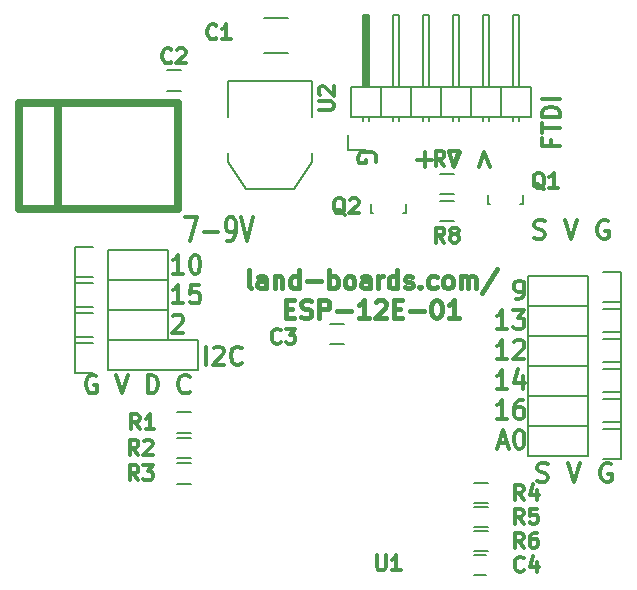
<source format=gbr>
G04 #@! TF.FileFunction,Legend,Top*
%FSLAX46Y46*%
G04 Gerber Fmt 4.6, Leading zero omitted, Abs format (unit mm)*
G04 Created by KiCad (PCBNEW (after 2015-mar-04 BZR unknown)-product) date 11/8/2016 10:56:30 AM*
%MOMM*%
G01*
G04 APERTURE LIST*
%ADD10C,0.150000*%
%ADD11C,0.304800*%
%ADD12C,0.381000*%
%ADD13C,0.650000*%
G04 APERTURE END LIST*
D10*
D11*
X22515286Y-40567429D02*
X22515286Y-39043429D01*
X23168429Y-39188571D02*
X23241000Y-39116000D01*
X23386143Y-39043429D01*
X23749000Y-39043429D01*
X23894143Y-39116000D01*
X23966714Y-39188571D01*
X24039286Y-39333714D01*
X24039286Y-39478857D01*
X23966714Y-39696571D01*
X23095857Y-40567429D01*
X24039286Y-40567429D01*
X25563286Y-40422286D02*
X25490715Y-40494857D01*
X25273001Y-40567429D01*
X25127858Y-40567429D01*
X24910143Y-40494857D01*
X24765001Y-40349714D01*
X24692429Y-40204571D01*
X24619858Y-39914286D01*
X24619858Y-39696571D01*
X24692429Y-39406286D01*
X24765001Y-39261143D01*
X24910143Y-39116000D01*
X25127858Y-39043429D01*
X25273001Y-39043429D01*
X25490715Y-39116000D01*
X25563286Y-39188571D01*
X51707143Y-21553714D02*
X51707143Y-22061714D01*
X52505429Y-22061714D02*
X50981429Y-22061714D01*
X50981429Y-21336000D01*
X50981429Y-20973142D02*
X50981429Y-20102285D01*
X52505429Y-20537714D02*
X50981429Y-20537714D01*
X52505429Y-19594285D02*
X50981429Y-19594285D01*
X50981429Y-19231428D01*
X51054000Y-19013713D01*
X51199143Y-18868571D01*
X51344286Y-18795999D01*
X51634571Y-18723428D01*
X51852286Y-18723428D01*
X52142571Y-18795999D01*
X52287714Y-18868571D01*
X52432857Y-19013713D01*
X52505429Y-19231428D01*
X52505429Y-19594285D01*
X52505429Y-18070285D02*
X50981429Y-18070285D01*
X46542779Y-23812500D02*
X46089207Y-22602976D01*
X45635636Y-23812500D01*
X44015479Y-22602976D02*
X43561907Y-23812500D01*
X43108336Y-22602976D01*
X41034607Y-22602976D02*
X41034607Y-23812500D01*
X40429845Y-23207738D02*
X41639369Y-23207738D01*
X36887150Y-23434524D02*
X36962745Y-23283333D01*
X36962745Y-23056548D01*
X36887150Y-22829762D01*
X36735960Y-22678571D01*
X36584769Y-22602976D01*
X36282388Y-22527381D01*
X36055602Y-22527381D01*
X35753221Y-22602976D01*
X35602031Y-22678571D01*
X35450840Y-22829762D01*
X35375245Y-23056548D01*
X35375245Y-23207738D01*
X35450840Y-23434524D01*
X35526436Y-23510119D01*
X36055602Y-23510119D01*
X36055602Y-23207738D01*
X50340381Y-29852560D02*
X50567167Y-29928155D01*
X50945143Y-29928155D01*
X51096333Y-29852560D01*
X51171929Y-29776964D01*
X51247524Y-29625774D01*
X51247524Y-29474583D01*
X51171929Y-29323393D01*
X51096333Y-29247798D01*
X50945143Y-29172202D01*
X50642762Y-29096607D01*
X50491571Y-29021012D01*
X50415976Y-28945417D01*
X50340381Y-28794226D01*
X50340381Y-28643036D01*
X50415976Y-28491845D01*
X50491571Y-28416250D01*
X50642762Y-28340655D01*
X51020738Y-28340655D01*
X51247524Y-28416250D01*
X52910619Y-28340655D02*
X53439786Y-29928155D01*
X53968953Y-28340655D01*
X56539191Y-28416250D02*
X56388000Y-28340655D01*
X56161215Y-28340655D01*
X55934429Y-28416250D01*
X55783238Y-28567440D01*
X55707643Y-28718631D01*
X55632048Y-29021012D01*
X55632048Y-29247798D01*
X55707643Y-29550179D01*
X55783238Y-29701369D01*
X55934429Y-29852560D01*
X56161215Y-29928155D01*
X56312405Y-29928155D01*
X56539191Y-29852560D01*
X56614786Y-29776964D01*
X56614786Y-29247798D01*
X56312405Y-29247798D01*
X50594381Y-50426560D02*
X50821167Y-50502155D01*
X51199143Y-50502155D01*
X51350333Y-50426560D01*
X51425929Y-50350964D01*
X51501524Y-50199774D01*
X51501524Y-50048583D01*
X51425929Y-49897393D01*
X51350333Y-49821798D01*
X51199143Y-49746202D01*
X50896762Y-49670607D01*
X50745571Y-49595012D01*
X50669976Y-49519417D01*
X50594381Y-49368226D01*
X50594381Y-49217036D01*
X50669976Y-49065845D01*
X50745571Y-48990250D01*
X50896762Y-48914655D01*
X51274738Y-48914655D01*
X51501524Y-48990250D01*
X53164619Y-48914655D02*
X53693786Y-50502155D01*
X54222953Y-48914655D01*
X56793191Y-48990250D02*
X56642000Y-48914655D01*
X56415215Y-48914655D01*
X56188429Y-48990250D01*
X56037238Y-49141440D01*
X55961643Y-49292631D01*
X55886048Y-49595012D01*
X55886048Y-49821798D01*
X55961643Y-50124179D01*
X56037238Y-50275369D01*
X56188429Y-50426560D01*
X56415215Y-50502155D01*
X56566405Y-50502155D01*
X56793191Y-50426560D01*
X56868786Y-50350964D01*
X56868786Y-49821798D01*
X56566405Y-49821798D01*
X13226143Y-41497250D02*
X13081000Y-41421655D01*
X12863286Y-41421655D01*
X12645571Y-41497250D01*
X12500429Y-41648440D01*
X12427857Y-41799631D01*
X12355286Y-42102012D01*
X12355286Y-42328798D01*
X12427857Y-42631179D01*
X12500429Y-42782369D01*
X12645571Y-42933560D01*
X12863286Y-43009155D01*
X13008429Y-43009155D01*
X13226143Y-42933560D01*
X13298714Y-42857964D01*
X13298714Y-42328798D01*
X13008429Y-42328798D01*
X14895286Y-41421655D02*
X15403286Y-43009155D01*
X15911286Y-41421655D01*
X17580429Y-43009155D02*
X17580429Y-41421655D01*
X17943286Y-41421655D01*
X18161001Y-41497250D01*
X18306143Y-41648440D01*
X18378715Y-41799631D01*
X18451286Y-42102012D01*
X18451286Y-42328798D01*
X18378715Y-42631179D01*
X18306143Y-42782369D01*
X18161001Y-42933560D01*
X17943286Y-43009155D01*
X17580429Y-43009155D01*
X21136429Y-42857964D02*
X21063858Y-42933560D01*
X20846144Y-43009155D01*
X20701001Y-43009155D01*
X20483286Y-42933560D01*
X20338144Y-42782369D01*
X20265572Y-42631179D01*
X20193001Y-42328798D01*
X20193001Y-42102012D01*
X20265572Y-41799631D01*
X20338144Y-41648440D01*
X20483286Y-41497250D01*
X20701001Y-41421655D01*
X20846144Y-41421655D01*
X21063858Y-41497250D01*
X21136429Y-41572845D01*
X20592143Y-32861855D02*
X19721286Y-32861855D01*
X20156714Y-32861855D02*
X20156714Y-31274355D01*
X20011571Y-31501140D01*
X19866429Y-31652331D01*
X19721286Y-31727926D01*
X21535572Y-31274355D02*
X21680715Y-31274355D01*
X21825858Y-31349950D01*
X21898429Y-31425545D01*
X21971000Y-31576736D01*
X22043572Y-31879117D01*
X22043572Y-32257093D01*
X21971000Y-32559474D01*
X21898429Y-32710664D01*
X21825858Y-32786260D01*
X21680715Y-32861855D01*
X21535572Y-32861855D01*
X21390429Y-32786260D01*
X21317858Y-32710664D01*
X21245286Y-32559474D01*
X21172715Y-32257093D01*
X21172715Y-31879117D01*
X21245286Y-31576736D01*
X21317858Y-31425545D01*
X21390429Y-31349950D01*
X21535572Y-31274355D01*
X20592143Y-35389155D02*
X19721286Y-35389155D01*
X20156714Y-35389155D02*
X20156714Y-33801655D01*
X20011571Y-34028440D01*
X19866429Y-34179631D01*
X19721286Y-34255226D01*
X21971000Y-33801655D02*
X21245286Y-33801655D01*
X21172715Y-34557607D01*
X21245286Y-34482012D01*
X21390429Y-34406417D01*
X21753286Y-34406417D01*
X21898429Y-34482012D01*
X21971000Y-34557607D01*
X22043572Y-34708798D01*
X22043572Y-35086774D01*
X21971000Y-35237964D01*
X21898429Y-35313560D01*
X21753286Y-35389155D01*
X21390429Y-35389155D01*
X21245286Y-35313560D01*
X21172715Y-35237964D01*
X19721286Y-36480145D02*
X19793857Y-36404550D01*
X19939000Y-36328955D01*
X20301857Y-36328955D01*
X20447000Y-36404550D01*
X20519571Y-36480145D01*
X20592143Y-36631336D01*
X20592143Y-36782526D01*
X20519571Y-37009312D01*
X19648714Y-37916455D01*
X20592143Y-37916455D01*
X48768000Y-35039905D02*
X49058285Y-35039905D01*
X49203428Y-34964310D01*
X49276000Y-34888714D01*
X49421142Y-34661929D01*
X49493714Y-34359548D01*
X49493714Y-33754786D01*
X49421142Y-33603595D01*
X49348571Y-33528000D01*
X49203428Y-33452405D01*
X48913142Y-33452405D01*
X48768000Y-33528000D01*
X48695428Y-33603595D01*
X48622857Y-33754786D01*
X48622857Y-34132762D01*
X48695428Y-34283952D01*
X48768000Y-34359548D01*
X48913142Y-34435143D01*
X49203428Y-34435143D01*
X49348571Y-34359548D01*
X49421142Y-34283952D01*
X49493714Y-34132762D01*
X48042285Y-37567205D02*
X47171428Y-37567205D01*
X47606856Y-37567205D02*
X47606856Y-35979705D01*
X47461713Y-36206490D01*
X47316571Y-36357681D01*
X47171428Y-36433276D01*
X48550285Y-35979705D02*
X49493714Y-35979705D01*
X48985714Y-36584467D01*
X49203428Y-36584467D01*
X49348571Y-36660062D01*
X49421142Y-36735657D01*
X49493714Y-36886848D01*
X49493714Y-37264824D01*
X49421142Y-37416014D01*
X49348571Y-37491610D01*
X49203428Y-37567205D01*
X48768000Y-37567205D01*
X48622857Y-37491610D01*
X48550285Y-37416014D01*
X48042285Y-40094505D02*
X47171428Y-40094505D01*
X47606856Y-40094505D02*
X47606856Y-38507005D01*
X47461713Y-38733790D01*
X47316571Y-38884981D01*
X47171428Y-38960576D01*
X48622857Y-38658195D02*
X48695428Y-38582600D01*
X48840571Y-38507005D01*
X49203428Y-38507005D01*
X49348571Y-38582600D01*
X49421142Y-38658195D01*
X49493714Y-38809386D01*
X49493714Y-38960576D01*
X49421142Y-39187362D01*
X48550285Y-40094505D01*
X49493714Y-40094505D01*
X48042285Y-42621805D02*
X47171428Y-42621805D01*
X47606856Y-42621805D02*
X47606856Y-41034305D01*
X47461713Y-41261090D01*
X47316571Y-41412281D01*
X47171428Y-41487876D01*
X49348571Y-41563471D02*
X49348571Y-42621805D01*
X48985714Y-40958710D02*
X48622857Y-42092638D01*
X49566285Y-42092638D01*
X48042285Y-45149105D02*
X47171428Y-45149105D01*
X47606856Y-45149105D02*
X47606856Y-43561605D01*
X47461713Y-43788390D01*
X47316571Y-43939581D01*
X47171428Y-44015176D01*
X49348571Y-43561605D02*
X49058285Y-43561605D01*
X48913142Y-43637200D01*
X48840571Y-43712795D01*
X48695428Y-43939581D01*
X48622857Y-44241962D01*
X48622857Y-44846724D01*
X48695428Y-44997914D01*
X48768000Y-45073510D01*
X48913142Y-45149105D01*
X49203428Y-45149105D01*
X49348571Y-45073510D01*
X49421142Y-44997914D01*
X49493714Y-44846724D01*
X49493714Y-44468748D01*
X49421142Y-44317557D01*
X49348571Y-44241962D01*
X49203428Y-44166367D01*
X48913142Y-44166367D01*
X48768000Y-44241962D01*
X48695428Y-44317557D01*
X48622857Y-44468748D01*
X47316571Y-47222833D02*
X48042285Y-47222833D01*
X47171428Y-47676405D02*
X47679428Y-46088905D01*
X48187428Y-47676405D01*
X48985714Y-46088905D02*
X49130857Y-46088905D01*
X49276000Y-46164500D01*
X49348571Y-46240095D01*
X49421142Y-46391286D01*
X49493714Y-46693667D01*
X49493714Y-47071643D01*
X49421142Y-47374024D01*
X49348571Y-47525214D01*
X49276000Y-47600810D01*
X49130857Y-47676405D01*
X48985714Y-47676405D01*
X48840571Y-47600810D01*
X48768000Y-47525214D01*
X48695428Y-47374024D01*
X48622857Y-47071643D01*
X48622857Y-46693667D01*
X48695428Y-46391286D01*
X48768000Y-46240095D01*
X48840571Y-46164500D01*
X48985714Y-46088905D01*
X20791714Y-28097238D02*
X21807714Y-28097238D01*
X21154571Y-30129238D01*
X22388286Y-29355143D02*
X23549429Y-29355143D01*
X24347715Y-30129238D02*
X24638000Y-30129238D01*
X24783143Y-30032476D01*
X24855715Y-29935714D01*
X25000857Y-29645429D01*
X25073429Y-29258381D01*
X25073429Y-28484286D01*
X25000857Y-28290762D01*
X24928286Y-28194000D01*
X24783143Y-28097238D01*
X24492857Y-28097238D01*
X24347715Y-28194000D01*
X24275143Y-28290762D01*
X24202572Y-28484286D01*
X24202572Y-28968095D01*
X24275143Y-29161619D01*
X24347715Y-29258381D01*
X24492857Y-29355143D01*
X24783143Y-29355143D01*
X24928286Y-29258381D01*
X25000857Y-29161619D01*
X25073429Y-28968095D01*
X25508858Y-28097238D02*
X26016858Y-30129238D01*
X26524858Y-28097238D01*
D12*
X26379715Y-34103129D02*
X26234573Y-34030557D01*
X26162001Y-33885414D01*
X26162001Y-32579129D01*
X27613430Y-34103129D02*
X27613430Y-33304843D01*
X27540859Y-33159700D01*
X27395716Y-33087129D01*
X27105430Y-33087129D01*
X26960287Y-33159700D01*
X27613430Y-34030557D02*
X27468287Y-34103129D01*
X27105430Y-34103129D01*
X26960287Y-34030557D01*
X26887716Y-33885414D01*
X26887716Y-33740271D01*
X26960287Y-33595129D01*
X27105430Y-33522557D01*
X27468287Y-33522557D01*
X27613430Y-33449986D01*
X28339144Y-33087129D02*
X28339144Y-34103129D01*
X28339144Y-33232271D02*
X28411716Y-33159700D01*
X28556858Y-33087129D01*
X28774573Y-33087129D01*
X28919716Y-33159700D01*
X28992287Y-33304843D01*
X28992287Y-34103129D01*
X30371144Y-34103129D02*
X30371144Y-32579129D01*
X30371144Y-34030557D02*
X30226001Y-34103129D01*
X29935715Y-34103129D01*
X29790573Y-34030557D01*
X29718001Y-33957986D01*
X29645430Y-33812843D01*
X29645430Y-33377414D01*
X29718001Y-33232271D01*
X29790573Y-33159700D01*
X29935715Y-33087129D01*
X30226001Y-33087129D01*
X30371144Y-33159700D01*
X31096858Y-33522557D02*
X32258001Y-33522557D01*
X32983715Y-34103129D02*
X32983715Y-32579129D01*
X32983715Y-33159700D02*
X33128858Y-33087129D01*
X33419144Y-33087129D01*
X33564287Y-33159700D01*
X33636858Y-33232271D01*
X33709429Y-33377414D01*
X33709429Y-33812843D01*
X33636858Y-33957986D01*
X33564287Y-34030557D01*
X33419144Y-34103129D01*
X33128858Y-34103129D01*
X32983715Y-34030557D01*
X34580286Y-34103129D02*
X34435144Y-34030557D01*
X34362572Y-33957986D01*
X34290001Y-33812843D01*
X34290001Y-33377414D01*
X34362572Y-33232271D01*
X34435144Y-33159700D01*
X34580286Y-33087129D01*
X34798001Y-33087129D01*
X34943144Y-33159700D01*
X35015715Y-33232271D01*
X35088286Y-33377414D01*
X35088286Y-33812843D01*
X35015715Y-33957986D01*
X34943144Y-34030557D01*
X34798001Y-34103129D01*
X34580286Y-34103129D01*
X36394572Y-34103129D02*
X36394572Y-33304843D01*
X36322001Y-33159700D01*
X36176858Y-33087129D01*
X35886572Y-33087129D01*
X35741429Y-33159700D01*
X36394572Y-34030557D02*
X36249429Y-34103129D01*
X35886572Y-34103129D01*
X35741429Y-34030557D01*
X35668858Y-33885414D01*
X35668858Y-33740271D01*
X35741429Y-33595129D01*
X35886572Y-33522557D01*
X36249429Y-33522557D01*
X36394572Y-33449986D01*
X37120286Y-34103129D02*
X37120286Y-33087129D01*
X37120286Y-33377414D02*
X37192858Y-33232271D01*
X37265429Y-33159700D01*
X37410572Y-33087129D01*
X37555715Y-33087129D01*
X38716858Y-34103129D02*
X38716858Y-32579129D01*
X38716858Y-34030557D02*
X38571715Y-34103129D01*
X38281429Y-34103129D01*
X38136287Y-34030557D01*
X38063715Y-33957986D01*
X37991144Y-33812843D01*
X37991144Y-33377414D01*
X38063715Y-33232271D01*
X38136287Y-33159700D01*
X38281429Y-33087129D01*
X38571715Y-33087129D01*
X38716858Y-33159700D01*
X39370001Y-34030557D02*
X39515144Y-34103129D01*
X39805429Y-34103129D01*
X39950572Y-34030557D01*
X40023144Y-33885414D01*
X40023144Y-33812843D01*
X39950572Y-33667700D01*
X39805429Y-33595129D01*
X39587715Y-33595129D01*
X39442572Y-33522557D01*
X39370001Y-33377414D01*
X39370001Y-33304843D01*
X39442572Y-33159700D01*
X39587715Y-33087129D01*
X39805429Y-33087129D01*
X39950572Y-33159700D01*
X40676286Y-33957986D02*
X40748858Y-34030557D01*
X40676286Y-34103129D01*
X40603715Y-34030557D01*
X40676286Y-33957986D01*
X40676286Y-34103129D01*
X42055143Y-34030557D02*
X41910000Y-34103129D01*
X41619714Y-34103129D01*
X41474572Y-34030557D01*
X41402000Y-33957986D01*
X41329429Y-33812843D01*
X41329429Y-33377414D01*
X41402000Y-33232271D01*
X41474572Y-33159700D01*
X41619714Y-33087129D01*
X41910000Y-33087129D01*
X42055143Y-33159700D01*
X42926000Y-34103129D02*
X42780858Y-34030557D01*
X42708286Y-33957986D01*
X42635715Y-33812843D01*
X42635715Y-33377414D01*
X42708286Y-33232271D01*
X42780858Y-33159700D01*
X42926000Y-33087129D01*
X43143715Y-33087129D01*
X43288858Y-33159700D01*
X43361429Y-33232271D01*
X43434000Y-33377414D01*
X43434000Y-33812843D01*
X43361429Y-33957986D01*
X43288858Y-34030557D01*
X43143715Y-34103129D01*
X42926000Y-34103129D01*
X44087143Y-34103129D02*
X44087143Y-33087129D01*
X44087143Y-33232271D02*
X44159715Y-33159700D01*
X44304857Y-33087129D01*
X44522572Y-33087129D01*
X44667715Y-33159700D01*
X44740286Y-33304843D01*
X44740286Y-34103129D01*
X44740286Y-33304843D02*
X44812857Y-33159700D01*
X44958000Y-33087129D01*
X45175715Y-33087129D01*
X45320857Y-33159700D01*
X45393429Y-33304843D01*
X45393429Y-34103129D01*
X47207715Y-32506557D02*
X45901429Y-34465986D01*
X29282571Y-35819443D02*
X29790571Y-35819443D01*
X30008285Y-36617729D02*
X29282571Y-36617729D01*
X29282571Y-35093729D01*
X30008285Y-35093729D01*
X30588857Y-36545157D02*
X30806571Y-36617729D01*
X31169428Y-36617729D01*
X31314571Y-36545157D01*
X31387142Y-36472586D01*
X31459714Y-36327443D01*
X31459714Y-36182300D01*
X31387142Y-36037157D01*
X31314571Y-35964586D01*
X31169428Y-35892014D01*
X30879142Y-35819443D01*
X30734000Y-35746871D01*
X30661428Y-35674300D01*
X30588857Y-35529157D01*
X30588857Y-35384014D01*
X30661428Y-35238871D01*
X30734000Y-35166300D01*
X30879142Y-35093729D01*
X31242000Y-35093729D01*
X31459714Y-35166300D01*
X32112857Y-36617729D02*
X32112857Y-35093729D01*
X32693429Y-35093729D01*
X32838571Y-35166300D01*
X32911143Y-35238871D01*
X32983714Y-35384014D01*
X32983714Y-35601729D01*
X32911143Y-35746871D01*
X32838571Y-35819443D01*
X32693429Y-35892014D01*
X32112857Y-35892014D01*
X33636857Y-36037157D02*
X34798000Y-36037157D01*
X36322000Y-36617729D02*
X35451143Y-36617729D01*
X35886571Y-36617729D02*
X35886571Y-35093729D01*
X35741428Y-35311443D01*
X35596286Y-35456586D01*
X35451143Y-35529157D01*
X36902572Y-35238871D02*
X36975143Y-35166300D01*
X37120286Y-35093729D01*
X37483143Y-35093729D01*
X37628286Y-35166300D01*
X37700857Y-35238871D01*
X37773429Y-35384014D01*
X37773429Y-35529157D01*
X37700857Y-35746871D01*
X36830000Y-36617729D01*
X37773429Y-36617729D01*
X38426572Y-35819443D02*
X38934572Y-35819443D01*
X39152286Y-36617729D02*
X38426572Y-36617729D01*
X38426572Y-35093729D01*
X39152286Y-35093729D01*
X39805429Y-36037157D02*
X40966572Y-36037157D01*
X41982572Y-35093729D02*
X42127715Y-35093729D01*
X42272858Y-35166300D01*
X42345429Y-35238871D01*
X42418000Y-35384014D01*
X42490572Y-35674300D01*
X42490572Y-36037157D01*
X42418000Y-36327443D01*
X42345429Y-36472586D01*
X42272858Y-36545157D01*
X42127715Y-36617729D01*
X41982572Y-36617729D01*
X41837429Y-36545157D01*
X41764858Y-36472586D01*
X41692286Y-36327443D01*
X41619715Y-36037157D01*
X41619715Y-35674300D01*
X41692286Y-35384014D01*
X41764858Y-35238871D01*
X41837429Y-35166300D01*
X41982572Y-35093729D01*
X43942001Y-36617729D02*
X43071144Y-36617729D01*
X43506572Y-36617729D02*
X43506572Y-35093729D01*
X43361429Y-35311443D01*
X43216287Y-35456586D01*
X43071144Y-35529157D01*
D10*
X34255000Y-38848000D02*
X33055000Y-38848000D01*
X33055000Y-37098000D02*
X34255000Y-37098000D01*
X31496000Y-19558000D02*
X31496000Y-16510000D01*
X31496000Y-16510000D02*
X24384000Y-16510000D01*
X24384000Y-16510000D02*
X24384000Y-19558000D01*
X31496000Y-22606000D02*
X31496000Y-23368000D01*
X31496000Y-23368000D02*
X29972000Y-25654000D01*
X29972000Y-25654000D02*
X25908000Y-25654000D01*
X25908000Y-25654000D02*
X24384000Y-23368000D01*
X24384000Y-23368000D02*
X24384000Y-22606000D01*
X19212000Y-15635000D02*
X20412000Y-15635000D01*
X20412000Y-17385000D02*
X19212000Y-17385000D01*
X27448000Y-11225000D02*
X29448000Y-11225000D01*
X29448000Y-14175000D02*
X27448000Y-14175000D01*
X20101000Y-48909000D02*
X21301000Y-48909000D01*
X21301000Y-50659000D02*
X20101000Y-50659000D01*
X46447000Y-54342000D02*
X45247000Y-54342000D01*
X45247000Y-52592000D02*
X46447000Y-52592000D01*
X34518000Y-22382000D02*
X36068000Y-22382000D01*
X34518000Y-21082000D02*
X34518000Y-22382000D01*
X35941000Y-16891000D02*
X35941000Y-11049000D01*
X35941000Y-11049000D02*
X36195000Y-11049000D01*
X36195000Y-11049000D02*
X36195000Y-16891000D01*
X36195000Y-16891000D02*
X36068000Y-16891000D01*
X36068000Y-16891000D02*
X36068000Y-11049000D01*
X35814000Y-19558000D02*
X35814000Y-19939000D01*
X36322000Y-19558000D02*
X36322000Y-19939000D01*
X38354000Y-19558000D02*
X38354000Y-19939000D01*
X38862000Y-19558000D02*
X38862000Y-19939000D01*
X40894000Y-19558000D02*
X40894000Y-19939000D01*
X41402000Y-19558000D02*
X41402000Y-19939000D01*
X49022000Y-19558000D02*
X49022000Y-19939000D01*
X48514000Y-19558000D02*
X48514000Y-19939000D01*
X46482000Y-19558000D02*
X46482000Y-19939000D01*
X45974000Y-19558000D02*
X45974000Y-19939000D01*
X43942000Y-19558000D02*
X43942000Y-19939000D01*
X43434000Y-19558000D02*
X43434000Y-19939000D01*
X34798000Y-19558000D02*
X34798000Y-17018000D01*
X37338000Y-19558000D02*
X37338000Y-17018000D01*
X37338000Y-19558000D02*
X39878000Y-19558000D01*
X39878000Y-19558000D02*
X39878000Y-17018000D01*
X38354000Y-17018000D02*
X38354000Y-10922000D01*
X38354000Y-10922000D02*
X38862000Y-10922000D01*
X38862000Y-10922000D02*
X38862000Y-17018000D01*
X39878000Y-17018000D02*
X37338000Y-17018000D01*
X37338000Y-17018000D02*
X34798000Y-17018000D01*
X36322000Y-10922000D02*
X36322000Y-17018000D01*
X35814000Y-10922000D02*
X36322000Y-10922000D01*
X35814000Y-17018000D02*
X35814000Y-10922000D01*
X37338000Y-19558000D02*
X37338000Y-17018000D01*
X34798000Y-19558000D02*
X37338000Y-19558000D01*
X44958000Y-19558000D02*
X44958000Y-17018000D01*
X44958000Y-19558000D02*
X47498000Y-19558000D01*
X47498000Y-19558000D02*
X47498000Y-17018000D01*
X45974000Y-17018000D02*
X45974000Y-10922000D01*
X45974000Y-10922000D02*
X46482000Y-10922000D01*
X46482000Y-10922000D02*
X46482000Y-17018000D01*
X47498000Y-17018000D02*
X44958000Y-17018000D01*
X50038000Y-17018000D02*
X47498000Y-17018000D01*
X49022000Y-10922000D02*
X49022000Y-17018000D01*
X48514000Y-10922000D02*
X49022000Y-10922000D01*
X48514000Y-17018000D02*
X48514000Y-10922000D01*
X50038000Y-19558000D02*
X50038000Y-17018000D01*
X47498000Y-19558000D02*
X50038000Y-19558000D01*
X47498000Y-19558000D02*
X47498000Y-17018000D01*
X42418000Y-19558000D02*
X42418000Y-17018000D01*
X42418000Y-19558000D02*
X44958000Y-19558000D01*
X44958000Y-19558000D02*
X44958000Y-17018000D01*
X43434000Y-17018000D02*
X43434000Y-10922000D01*
X43434000Y-10922000D02*
X43942000Y-10922000D01*
X43942000Y-10922000D02*
X43942000Y-17018000D01*
X44958000Y-17018000D02*
X42418000Y-17018000D01*
X42418000Y-17018000D02*
X39878000Y-17018000D01*
X41402000Y-10922000D02*
X41402000Y-17018000D01*
X40894000Y-10922000D02*
X41402000Y-10922000D01*
X40894000Y-17018000D02*
X40894000Y-10922000D01*
X42418000Y-19558000D02*
X42418000Y-17018000D01*
X39878000Y-19558000D02*
X42418000Y-19558000D01*
X39878000Y-19558000D02*
X39878000Y-17018000D01*
D13*
X10000000Y-27400000D02*
X10000000Y-18400000D01*
X6700000Y-18400000D02*
X6700000Y-27400000D01*
X6700000Y-18400000D02*
X20200000Y-18400000D01*
X20200000Y-18400000D02*
X20200000Y-27400000D01*
X6700000Y-27400000D02*
X20200000Y-27400000D01*
D10*
X54864000Y-45720000D02*
X49784000Y-45720000D01*
X49784000Y-45720000D02*
X49784000Y-48260000D01*
X49784000Y-48260000D02*
X54864000Y-48260000D01*
X57684000Y-48540000D02*
X56134000Y-48540000D01*
X54864000Y-48260000D02*
X54864000Y-45720000D01*
X56134000Y-45440000D02*
X57684000Y-45440000D01*
X57684000Y-45440000D02*
X57684000Y-48540000D01*
X54864000Y-43180000D02*
X49784000Y-43180000D01*
X49784000Y-43180000D02*
X49784000Y-45720000D01*
X49784000Y-45720000D02*
X54864000Y-45720000D01*
X57684000Y-46000000D02*
X56134000Y-46000000D01*
X54864000Y-45720000D02*
X54864000Y-43180000D01*
X56134000Y-42900000D02*
X57684000Y-42900000D01*
X57684000Y-42900000D02*
X57684000Y-46000000D01*
X54864000Y-40640000D02*
X49784000Y-40640000D01*
X49784000Y-40640000D02*
X49784000Y-43180000D01*
X49784000Y-43180000D02*
X54864000Y-43180000D01*
X57684000Y-43460000D02*
X56134000Y-43460000D01*
X54864000Y-43180000D02*
X54864000Y-40640000D01*
X56134000Y-40360000D02*
X57684000Y-40360000D01*
X57684000Y-40360000D02*
X57684000Y-43460000D01*
X54864000Y-38100000D02*
X49784000Y-38100000D01*
X49784000Y-38100000D02*
X49784000Y-40640000D01*
X49784000Y-40640000D02*
X54864000Y-40640000D01*
X57684000Y-40920000D02*
X56134000Y-40920000D01*
X54864000Y-40640000D02*
X54864000Y-38100000D01*
X56134000Y-37820000D02*
X57684000Y-37820000D01*
X57684000Y-37820000D02*
X57684000Y-40920000D01*
X54864000Y-35560000D02*
X49784000Y-35560000D01*
X49784000Y-35560000D02*
X49784000Y-38100000D01*
X49784000Y-38100000D02*
X54864000Y-38100000D01*
X57684000Y-38380000D02*
X56134000Y-38380000D01*
X54864000Y-38100000D02*
X54864000Y-35560000D01*
X56134000Y-35280000D02*
X57684000Y-35280000D01*
X57684000Y-35280000D02*
X57684000Y-38380000D01*
X54864000Y-33020000D02*
X49784000Y-33020000D01*
X49784000Y-33020000D02*
X49784000Y-35560000D01*
X49784000Y-35560000D02*
X54864000Y-35560000D01*
X57684000Y-35840000D02*
X56134000Y-35840000D01*
X54864000Y-35560000D02*
X54864000Y-33020000D01*
X56134000Y-32740000D02*
X57684000Y-32740000D01*
X57684000Y-32740000D02*
X57684000Y-35840000D01*
X14224000Y-33401000D02*
X19304000Y-33401000D01*
X19304000Y-33401000D02*
X19304000Y-30861000D01*
X19304000Y-30861000D02*
X14224000Y-30861000D01*
X11404000Y-30581000D02*
X12954000Y-30581000D01*
X14224000Y-30861000D02*
X14224000Y-33401000D01*
X12954000Y-33681000D02*
X11404000Y-33681000D01*
X11404000Y-33681000D02*
X11404000Y-30581000D01*
X14224000Y-35941000D02*
X19304000Y-35941000D01*
X19304000Y-35941000D02*
X19304000Y-33401000D01*
X19304000Y-33401000D02*
X14224000Y-33401000D01*
X11404000Y-33121000D02*
X12954000Y-33121000D01*
X14224000Y-33401000D02*
X14224000Y-35941000D01*
X12954000Y-36221000D02*
X11404000Y-36221000D01*
X11404000Y-36221000D02*
X11404000Y-33121000D01*
X14224000Y-38481000D02*
X19304000Y-38481000D01*
X19304000Y-38481000D02*
X19304000Y-35941000D01*
X19304000Y-35941000D02*
X14224000Y-35941000D01*
X11404000Y-35661000D02*
X12954000Y-35661000D01*
X14224000Y-35941000D02*
X14224000Y-38481000D01*
X12954000Y-38761000D02*
X11404000Y-38761000D01*
X11404000Y-38761000D02*
X11404000Y-35661000D01*
X46447000Y-56374000D02*
X45247000Y-56374000D01*
X45247000Y-54624000D02*
X46447000Y-54624000D01*
X21301000Y-46341000D02*
X20101000Y-46341000D01*
X20101000Y-44591000D02*
X21301000Y-44591000D01*
X46447000Y-52310000D02*
X45247000Y-52310000D01*
X45247000Y-50560000D02*
X46447000Y-50560000D01*
X20101000Y-46750000D02*
X21301000Y-46750000D01*
X21301000Y-48500000D02*
X20101000Y-48500000D01*
X14224000Y-41021000D02*
X21844000Y-41021000D01*
X14224000Y-38481000D02*
X21844000Y-38481000D01*
X11404000Y-38201000D02*
X12954000Y-38201000D01*
X21844000Y-41021000D02*
X21844000Y-38481000D01*
X14224000Y-38481000D02*
X14224000Y-41021000D01*
X12954000Y-41301000D02*
X11404000Y-41301000D01*
X11404000Y-41301000D02*
X11404000Y-38201000D01*
X45220000Y-58381000D02*
X46220000Y-58381000D01*
X46220000Y-56681000D02*
X45220000Y-56681000D01*
X49378820Y-26238200D02*
X49378820Y-26939240D01*
X49378820Y-26939240D02*
X49129900Y-26939240D01*
X46579840Y-26939240D02*
X46379180Y-26939240D01*
X46379180Y-26939240D02*
X46379180Y-26238200D01*
X39472820Y-27000200D02*
X39472820Y-27701240D01*
X39472820Y-27701240D02*
X39223900Y-27701240D01*
X36673840Y-27701240D02*
X36473180Y-27701240D01*
X36473180Y-27701240D02*
X36473180Y-27000200D01*
X43526000Y-26148000D02*
X42326000Y-26148000D01*
X42326000Y-24398000D02*
X43526000Y-24398000D01*
X42326000Y-26684000D02*
X43526000Y-26684000D01*
X43526000Y-28434000D02*
X42326000Y-28434000D01*
D11*
X37005381Y-56708524D02*
X37005381Y-57736619D01*
X37065857Y-57857571D01*
X37126333Y-57918048D01*
X37247286Y-57978524D01*
X37489190Y-57978524D01*
X37610143Y-57918048D01*
X37670619Y-57857571D01*
X37731095Y-57736619D01*
X37731095Y-56708524D01*
X39001095Y-57978524D02*
X38275381Y-57978524D01*
X38638238Y-57978524D02*
X38638238Y-56708524D01*
X38517286Y-56889952D01*
X38396333Y-57010905D01*
X38275381Y-57071381D01*
X28871333Y-38680571D02*
X28810857Y-38741048D01*
X28629428Y-38801524D01*
X28508476Y-38801524D01*
X28327048Y-38741048D01*
X28206095Y-38620095D01*
X28145619Y-38499143D01*
X28085143Y-38257238D01*
X28085143Y-38075810D01*
X28145619Y-37833905D01*
X28206095Y-37712952D01*
X28327048Y-37592000D01*
X28508476Y-37531524D01*
X28629428Y-37531524D01*
X28810857Y-37592000D01*
X28871333Y-37652476D01*
X29294667Y-37531524D02*
X30080857Y-37531524D01*
X29657524Y-38015333D01*
X29838952Y-38015333D01*
X29959905Y-38075810D01*
X30020381Y-38136286D01*
X30080857Y-38257238D01*
X30080857Y-38559619D01*
X30020381Y-38680571D01*
X29959905Y-38741048D01*
X29838952Y-38801524D01*
X29476095Y-38801524D01*
X29355143Y-38741048D01*
X29294667Y-38680571D01*
X32070524Y-19001619D02*
X33098619Y-19001619D01*
X33219571Y-18941143D01*
X33280048Y-18880667D01*
X33340524Y-18759714D01*
X33340524Y-18517810D01*
X33280048Y-18396857D01*
X33219571Y-18336381D01*
X33098619Y-18275905D01*
X32070524Y-18275905D01*
X32191476Y-17731619D02*
X32131000Y-17671143D01*
X32070524Y-17550191D01*
X32070524Y-17247810D01*
X32131000Y-17126857D01*
X32191476Y-17066381D01*
X32312429Y-17005905D01*
X32433381Y-17005905D01*
X32614810Y-17066381D01*
X33340524Y-17792095D01*
X33340524Y-17005905D01*
X19600333Y-14931571D02*
X19539857Y-14992048D01*
X19358428Y-15052524D01*
X19237476Y-15052524D01*
X19056048Y-14992048D01*
X18935095Y-14871095D01*
X18874619Y-14750143D01*
X18814143Y-14508238D01*
X18814143Y-14326810D01*
X18874619Y-14084905D01*
X18935095Y-13963952D01*
X19056048Y-13843000D01*
X19237476Y-13782524D01*
X19358428Y-13782524D01*
X19539857Y-13843000D01*
X19600333Y-13903476D01*
X20084143Y-13903476D02*
X20144619Y-13843000D01*
X20265571Y-13782524D01*
X20567952Y-13782524D01*
X20688905Y-13843000D01*
X20749381Y-13903476D01*
X20809857Y-14024429D01*
X20809857Y-14145381D01*
X20749381Y-14326810D01*
X20023667Y-15052524D01*
X20809857Y-15052524D01*
X23410333Y-12899571D02*
X23349857Y-12960048D01*
X23168428Y-13020524D01*
X23047476Y-13020524D01*
X22866048Y-12960048D01*
X22745095Y-12839095D01*
X22684619Y-12718143D01*
X22624143Y-12476238D01*
X22624143Y-12294810D01*
X22684619Y-12052905D01*
X22745095Y-11931952D01*
X22866048Y-11811000D01*
X23047476Y-11750524D01*
X23168428Y-11750524D01*
X23349857Y-11811000D01*
X23410333Y-11871476D01*
X24619857Y-13020524D02*
X23894143Y-13020524D01*
X24257000Y-13020524D02*
X24257000Y-11750524D01*
X24136048Y-11931952D01*
X24015095Y-12052905D01*
X23894143Y-12113381D01*
X16806333Y-50358524D02*
X16383000Y-49753762D01*
X16080619Y-50358524D02*
X16080619Y-49088524D01*
X16564428Y-49088524D01*
X16685381Y-49149000D01*
X16745857Y-49209476D01*
X16806333Y-49330429D01*
X16806333Y-49511857D01*
X16745857Y-49632810D01*
X16685381Y-49693286D01*
X16564428Y-49753762D01*
X16080619Y-49753762D01*
X17229667Y-49088524D02*
X18015857Y-49088524D01*
X17592524Y-49572333D01*
X17773952Y-49572333D01*
X17894905Y-49632810D01*
X17955381Y-49693286D01*
X18015857Y-49814238D01*
X18015857Y-50116619D01*
X17955381Y-50237571D01*
X17894905Y-50298048D01*
X17773952Y-50358524D01*
X17411095Y-50358524D01*
X17290143Y-50298048D01*
X17229667Y-50237571D01*
X49445333Y-54041524D02*
X49022000Y-53436762D01*
X48719619Y-54041524D02*
X48719619Y-52771524D01*
X49203428Y-52771524D01*
X49324381Y-52832000D01*
X49384857Y-52892476D01*
X49445333Y-53013429D01*
X49445333Y-53194857D01*
X49384857Y-53315810D01*
X49324381Y-53376286D01*
X49203428Y-53436762D01*
X48719619Y-53436762D01*
X50594381Y-52771524D02*
X49989619Y-52771524D01*
X49929143Y-53376286D01*
X49989619Y-53315810D01*
X50110571Y-53255333D01*
X50412952Y-53255333D01*
X50533905Y-53315810D01*
X50594381Y-53376286D01*
X50654857Y-53497238D01*
X50654857Y-53799619D01*
X50594381Y-53920571D01*
X50533905Y-53981048D01*
X50412952Y-54041524D01*
X50110571Y-54041524D01*
X49989619Y-53981048D01*
X49929143Y-53920571D01*
X49445333Y-56073524D02*
X49022000Y-55468762D01*
X48719619Y-56073524D02*
X48719619Y-54803524D01*
X49203428Y-54803524D01*
X49324381Y-54864000D01*
X49384857Y-54924476D01*
X49445333Y-55045429D01*
X49445333Y-55226857D01*
X49384857Y-55347810D01*
X49324381Y-55408286D01*
X49203428Y-55468762D01*
X48719619Y-55468762D01*
X50533905Y-54803524D02*
X50292000Y-54803524D01*
X50171048Y-54864000D01*
X50110571Y-54924476D01*
X49989619Y-55105905D01*
X49929143Y-55347810D01*
X49929143Y-55831619D01*
X49989619Y-55952571D01*
X50050095Y-56013048D01*
X50171048Y-56073524D01*
X50412952Y-56073524D01*
X50533905Y-56013048D01*
X50594381Y-55952571D01*
X50654857Y-55831619D01*
X50654857Y-55529238D01*
X50594381Y-55408286D01*
X50533905Y-55347810D01*
X50412952Y-55287333D01*
X50171048Y-55287333D01*
X50050095Y-55347810D01*
X49989619Y-55408286D01*
X49929143Y-55529238D01*
X16933333Y-46040524D02*
X16510000Y-45435762D01*
X16207619Y-46040524D02*
X16207619Y-44770524D01*
X16691428Y-44770524D01*
X16812381Y-44831000D01*
X16872857Y-44891476D01*
X16933333Y-45012429D01*
X16933333Y-45193857D01*
X16872857Y-45314810D01*
X16812381Y-45375286D01*
X16691428Y-45435762D01*
X16207619Y-45435762D01*
X18142857Y-46040524D02*
X17417143Y-46040524D01*
X17780000Y-46040524D02*
X17780000Y-44770524D01*
X17659048Y-44951952D01*
X17538095Y-45072905D01*
X17417143Y-45133381D01*
X49445333Y-52009524D02*
X49022000Y-51404762D01*
X48719619Y-52009524D02*
X48719619Y-50739524D01*
X49203428Y-50739524D01*
X49324381Y-50800000D01*
X49384857Y-50860476D01*
X49445333Y-50981429D01*
X49445333Y-51162857D01*
X49384857Y-51283810D01*
X49324381Y-51344286D01*
X49203428Y-51404762D01*
X48719619Y-51404762D01*
X50533905Y-51162857D02*
X50533905Y-52009524D01*
X50231524Y-50679048D02*
X49929143Y-51586190D01*
X50715333Y-51586190D01*
X16806333Y-48199524D02*
X16383000Y-47594762D01*
X16080619Y-48199524D02*
X16080619Y-46929524D01*
X16564428Y-46929524D01*
X16685381Y-46990000D01*
X16745857Y-47050476D01*
X16806333Y-47171429D01*
X16806333Y-47352857D01*
X16745857Y-47473810D01*
X16685381Y-47534286D01*
X16564428Y-47594762D01*
X16080619Y-47594762D01*
X17290143Y-47050476D02*
X17350619Y-46990000D01*
X17471571Y-46929524D01*
X17773952Y-46929524D01*
X17894905Y-46990000D01*
X17955381Y-47050476D01*
X18015857Y-47171429D01*
X18015857Y-47292381D01*
X17955381Y-47473810D01*
X17229667Y-48199524D01*
X18015857Y-48199524D01*
X49445333Y-57984571D02*
X49384857Y-58045048D01*
X49203428Y-58105524D01*
X49082476Y-58105524D01*
X48901048Y-58045048D01*
X48780095Y-57924095D01*
X48719619Y-57803143D01*
X48659143Y-57561238D01*
X48659143Y-57379810D01*
X48719619Y-57137905D01*
X48780095Y-57016952D01*
X48901048Y-56896000D01*
X49082476Y-56835524D01*
X49203428Y-56835524D01*
X49384857Y-56896000D01*
X49445333Y-56956476D01*
X50533905Y-57258857D02*
X50533905Y-58105524D01*
X50231524Y-56775048D02*
X49929143Y-57682190D01*
X50715333Y-57682190D01*
X51187048Y-25714476D02*
X51066095Y-25654000D01*
X50945143Y-25533048D01*
X50763714Y-25351619D01*
X50642762Y-25291143D01*
X50521810Y-25291143D01*
X50582286Y-25593524D02*
X50461333Y-25533048D01*
X50340381Y-25412095D01*
X50279905Y-25170190D01*
X50279905Y-24746857D01*
X50340381Y-24504952D01*
X50461333Y-24384000D01*
X50582286Y-24323524D01*
X50824190Y-24323524D01*
X50945143Y-24384000D01*
X51066095Y-24504952D01*
X51126571Y-24746857D01*
X51126571Y-25170190D01*
X51066095Y-25412095D01*
X50945143Y-25533048D01*
X50824190Y-25593524D01*
X50582286Y-25593524D01*
X52336095Y-25593524D02*
X51610381Y-25593524D01*
X51973238Y-25593524D02*
X51973238Y-24323524D01*
X51852286Y-24504952D01*
X51731333Y-24625905D01*
X51610381Y-24686381D01*
X34296048Y-27873476D02*
X34175095Y-27813000D01*
X34054143Y-27692048D01*
X33872714Y-27510619D01*
X33751762Y-27450143D01*
X33630810Y-27450143D01*
X33691286Y-27752524D02*
X33570333Y-27692048D01*
X33449381Y-27571095D01*
X33388905Y-27329190D01*
X33388905Y-26905857D01*
X33449381Y-26663952D01*
X33570333Y-26543000D01*
X33691286Y-26482524D01*
X33933190Y-26482524D01*
X34054143Y-26543000D01*
X34175095Y-26663952D01*
X34235571Y-26905857D01*
X34235571Y-27329190D01*
X34175095Y-27571095D01*
X34054143Y-27692048D01*
X33933190Y-27752524D01*
X33691286Y-27752524D01*
X34719381Y-26603476D02*
X34779857Y-26543000D01*
X34900809Y-26482524D01*
X35203190Y-26482524D01*
X35324143Y-26543000D01*
X35384619Y-26603476D01*
X35445095Y-26724429D01*
X35445095Y-26845381D01*
X35384619Y-27026810D01*
X34658905Y-27752524D01*
X35445095Y-27752524D01*
X42714333Y-23747524D02*
X42291000Y-23142762D01*
X41988619Y-23747524D02*
X41988619Y-22477524D01*
X42472428Y-22477524D01*
X42593381Y-22538000D01*
X42653857Y-22598476D01*
X42714333Y-22719429D01*
X42714333Y-22900857D01*
X42653857Y-23021810D01*
X42593381Y-23082286D01*
X42472428Y-23142762D01*
X41988619Y-23142762D01*
X43137667Y-22477524D02*
X43984333Y-22477524D01*
X43440048Y-23747524D01*
X42714333Y-30233524D02*
X42291000Y-29628762D01*
X41988619Y-30233524D02*
X41988619Y-28963524D01*
X42472428Y-28963524D01*
X42593381Y-29024000D01*
X42653857Y-29084476D01*
X42714333Y-29205429D01*
X42714333Y-29386857D01*
X42653857Y-29507810D01*
X42593381Y-29568286D01*
X42472428Y-29628762D01*
X41988619Y-29628762D01*
X43440048Y-29507810D02*
X43319095Y-29447333D01*
X43258619Y-29386857D01*
X43198143Y-29265905D01*
X43198143Y-29205429D01*
X43258619Y-29084476D01*
X43319095Y-29024000D01*
X43440048Y-28963524D01*
X43681952Y-28963524D01*
X43802905Y-29024000D01*
X43863381Y-29084476D01*
X43923857Y-29205429D01*
X43923857Y-29265905D01*
X43863381Y-29386857D01*
X43802905Y-29447333D01*
X43681952Y-29507810D01*
X43440048Y-29507810D01*
X43319095Y-29568286D01*
X43258619Y-29628762D01*
X43198143Y-29749714D01*
X43198143Y-29991619D01*
X43258619Y-30112571D01*
X43319095Y-30173048D01*
X43440048Y-30233524D01*
X43681952Y-30233524D01*
X43802905Y-30173048D01*
X43863381Y-30112571D01*
X43923857Y-29991619D01*
X43923857Y-29749714D01*
X43863381Y-29628762D01*
X43802905Y-29568286D01*
X43681952Y-29507810D01*
M02*

</source>
